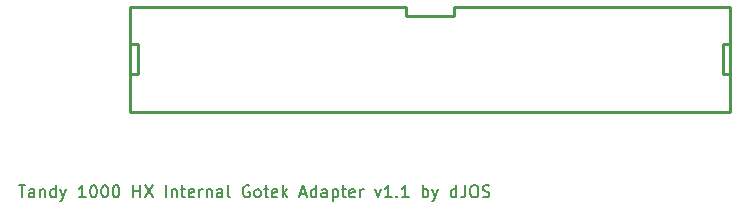
<source format=gbr>
G04 #@! TF.GenerationSoftware,KiCad,Pcbnew,(5.1.5-0-10_14)*
G04 #@! TF.CreationDate,2020-02-19T18:23:43+11:00*
G04 #@! TF.ProjectId,HX Internal Gotek Adpater,48582049-6e74-4657-926e-616c20476f74,rev?*
G04 #@! TF.SameCoordinates,Original*
G04 #@! TF.FileFunction,Legend,Top*
G04 #@! TF.FilePolarity,Positive*
%FSLAX46Y46*%
G04 Gerber Fmt 4.6, Leading zero omitted, Abs format (unit mm)*
G04 Created by KiCad (PCBNEW (5.1.5-0-10_14)) date 2020-02-19 18:23:43*
%MOMM*%
%LPD*%
G04 APERTURE LIST*
%ADD10C,0.150000*%
%ADD11C,0.250000*%
G04 APERTURE END LIST*
D10*
X15774309Y-36028380D02*
X16345738Y-36028380D01*
X16060023Y-37028380D02*
X16060023Y-36028380D01*
X17107642Y-37028380D02*
X17107642Y-36504571D01*
X17060023Y-36409333D01*
X16964785Y-36361714D01*
X16774309Y-36361714D01*
X16679071Y-36409333D01*
X17107642Y-36980761D02*
X17012404Y-37028380D01*
X16774309Y-37028380D01*
X16679071Y-36980761D01*
X16631452Y-36885523D01*
X16631452Y-36790285D01*
X16679071Y-36695047D01*
X16774309Y-36647428D01*
X17012404Y-36647428D01*
X17107642Y-36599809D01*
X17583833Y-36361714D02*
X17583833Y-37028380D01*
X17583833Y-36456952D02*
X17631452Y-36409333D01*
X17726690Y-36361714D01*
X17869547Y-36361714D01*
X17964785Y-36409333D01*
X18012404Y-36504571D01*
X18012404Y-37028380D01*
X18917166Y-37028380D02*
X18917166Y-36028380D01*
X18917166Y-36980761D02*
X18821928Y-37028380D01*
X18631452Y-37028380D01*
X18536214Y-36980761D01*
X18488595Y-36933142D01*
X18440976Y-36837904D01*
X18440976Y-36552190D01*
X18488595Y-36456952D01*
X18536214Y-36409333D01*
X18631452Y-36361714D01*
X18821928Y-36361714D01*
X18917166Y-36409333D01*
X19298119Y-36361714D02*
X19536214Y-37028380D01*
X19774309Y-36361714D02*
X19536214Y-37028380D01*
X19440976Y-37266476D01*
X19393357Y-37314095D01*
X19298119Y-37361714D01*
X21440976Y-37028380D02*
X20869547Y-37028380D01*
X21155261Y-37028380D02*
X21155261Y-36028380D01*
X21060023Y-36171238D01*
X20964785Y-36266476D01*
X20869547Y-36314095D01*
X22060023Y-36028380D02*
X22155261Y-36028380D01*
X22250500Y-36076000D01*
X22298119Y-36123619D01*
X22345738Y-36218857D01*
X22393357Y-36409333D01*
X22393357Y-36647428D01*
X22345738Y-36837904D01*
X22298119Y-36933142D01*
X22250500Y-36980761D01*
X22155261Y-37028380D01*
X22060023Y-37028380D01*
X21964785Y-36980761D01*
X21917166Y-36933142D01*
X21869547Y-36837904D01*
X21821928Y-36647428D01*
X21821928Y-36409333D01*
X21869547Y-36218857D01*
X21917166Y-36123619D01*
X21964785Y-36076000D01*
X22060023Y-36028380D01*
X23012404Y-36028380D02*
X23107642Y-36028380D01*
X23202880Y-36076000D01*
X23250500Y-36123619D01*
X23298119Y-36218857D01*
X23345738Y-36409333D01*
X23345738Y-36647428D01*
X23298119Y-36837904D01*
X23250500Y-36933142D01*
X23202880Y-36980761D01*
X23107642Y-37028380D01*
X23012404Y-37028380D01*
X22917166Y-36980761D01*
X22869547Y-36933142D01*
X22821928Y-36837904D01*
X22774309Y-36647428D01*
X22774309Y-36409333D01*
X22821928Y-36218857D01*
X22869547Y-36123619D01*
X22917166Y-36076000D01*
X23012404Y-36028380D01*
X23964785Y-36028380D02*
X24060023Y-36028380D01*
X24155261Y-36076000D01*
X24202880Y-36123619D01*
X24250500Y-36218857D01*
X24298119Y-36409333D01*
X24298119Y-36647428D01*
X24250500Y-36837904D01*
X24202880Y-36933142D01*
X24155261Y-36980761D01*
X24060023Y-37028380D01*
X23964785Y-37028380D01*
X23869547Y-36980761D01*
X23821928Y-36933142D01*
X23774309Y-36837904D01*
X23726690Y-36647428D01*
X23726690Y-36409333D01*
X23774309Y-36218857D01*
X23821928Y-36123619D01*
X23869547Y-36076000D01*
X23964785Y-36028380D01*
X25488595Y-37028380D02*
X25488595Y-36028380D01*
X25488595Y-36504571D02*
X26060023Y-36504571D01*
X26060023Y-37028380D02*
X26060023Y-36028380D01*
X26440976Y-36028380D02*
X27107642Y-37028380D01*
X27107642Y-36028380D02*
X26440976Y-37028380D01*
X28250500Y-37028380D02*
X28250500Y-36028380D01*
X28726690Y-36361714D02*
X28726690Y-37028380D01*
X28726690Y-36456952D02*
X28774309Y-36409333D01*
X28869547Y-36361714D01*
X29012404Y-36361714D01*
X29107642Y-36409333D01*
X29155261Y-36504571D01*
X29155261Y-37028380D01*
X29488595Y-36361714D02*
X29869547Y-36361714D01*
X29631452Y-36028380D02*
X29631452Y-36885523D01*
X29679071Y-36980761D01*
X29774309Y-37028380D01*
X29869547Y-37028380D01*
X30583833Y-36980761D02*
X30488595Y-37028380D01*
X30298119Y-37028380D01*
X30202880Y-36980761D01*
X30155261Y-36885523D01*
X30155261Y-36504571D01*
X30202880Y-36409333D01*
X30298119Y-36361714D01*
X30488595Y-36361714D01*
X30583833Y-36409333D01*
X30631452Y-36504571D01*
X30631452Y-36599809D01*
X30155261Y-36695047D01*
X31060023Y-37028380D02*
X31060023Y-36361714D01*
X31060023Y-36552190D02*
X31107642Y-36456952D01*
X31155261Y-36409333D01*
X31250499Y-36361714D01*
X31345738Y-36361714D01*
X31679071Y-36361714D02*
X31679071Y-37028380D01*
X31679071Y-36456952D02*
X31726690Y-36409333D01*
X31821928Y-36361714D01*
X31964785Y-36361714D01*
X32060023Y-36409333D01*
X32107642Y-36504571D01*
X32107642Y-37028380D01*
X33012404Y-37028380D02*
X33012404Y-36504571D01*
X32964785Y-36409333D01*
X32869547Y-36361714D01*
X32679071Y-36361714D01*
X32583833Y-36409333D01*
X33012404Y-36980761D02*
X32917166Y-37028380D01*
X32679071Y-37028380D01*
X32583833Y-36980761D01*
X32536214Y-36885523D01*
X32536214Y-36790285D01*
X32583833Y-36695047D01*
X32679071Y-36647428D01*
X32917166Y-36647428D01*
X33012404Y-36599809D01*
X33631452Y-37028380D02*
X33536214Y-36980761D01*
X33488595Y-36885523D01*
X33488595Y-36028380D01*
X35298119Y-36076000D02*
X35202880Y-36028380D01*
X35060023Y-36028380D01*
X34917166Y-36076000D01*
X34821928Y-36171238D01*
X34774309Y-36266476D01*
X34726690Y-36456952D01*
X34726690Y-36599809D01*
X34774309Y-36790285D01*
X34821928Y-36885523D01*
X34917166Y-36980761D01*
X35060023Y-37028380D01*
X35155261Y-37028380D01*
X35298119Y-36980761D01*
X35345738Y-36933142D01*
X35345738Y-36599809D01*
X35155261Y-36599809D01*
X35917166Y-37028380D02*
X35821928Y-36980761D01*
X35774309Y-36933142D01*
X35726690Y-36837904D01*
X35726690Y-36552190D01*
X35774309Y-36456952D01*
X35821928Y-36409333D01*
X35917166Y-36361714D01*
X36060023Y-36361714D01*
X36155261Y-36409333D01*
X36202880Y-36456952D01*
X36250499Y-36552190D01*
X36250499Y-36837904D01*
X36202880Y-36933142D01*
X36155261Y-36980761D01*
X36060023Y-37028380D01*
X35917166Y-37028380D01*
X36536214Y-36361714D02*
X36917166Y-36361714D01*
X36679071Y-36028380D02*
X36679071Y-36885523D01*
X36726690Y-36980761D01*
X36821928Y-37028380D01*
X36917166Y-37028380D01*
X37631452Y-36980761D02*
X37536214Y-37028380D01*
X37345738Y-37028380D01*
X37250499Y-36980761D01*
X37202880Y-36885523D01*
X37202880Y-36504571D01*
X37250499Y-36409333D01*
X37345738Y-36361714D01*
X37536214Y-36361714D01*
X37631452Y-36409333D01*
X37679071Y-36504571D01*
X37679071Y-36599809D01*
X37202880Y-36695047D01*
X38107642Y-37028380D02*
X38107642Y-36028380D01*
X38202880Y-36647428D02*
X38488595Y-37028380D01*
X38488595Y-36361714D02*
X38107642Y-36742666D01*
X39631452Y-36742666D02*
X40107642Y-36742666D01*
X39536214Y-37028380D02*
X39869547Y-36028380D01*
X40202880Y-37028380D01*
X40964785Y-37028380D02*
X40964785Y-36028380D01*
X40964785Y-36980761D02*
X40869547Y-37028380D01*
X40679071Y-37028380D01*
X40583833Y-36980761D01*
X40536214Y-36933142D01*
X40488595Y-36837904D01*
X40488595Y-36552190D01*
X40536214Y-36456952D01*
X40583833Y-36409333D01*
X40679071Y-36361714D01*
X40869547Y-36361714D01*
X40964785Y-36409333D01*
X41869547Y-37028380D02*
X41869547Y-36504571D01*
X41821928Y-36409333D01*
X41726690Y-36361714D01*
X41536214Y-36361714D01*
X41440976Y-36409333D01*
X41869547Y-36980761D02*
X41774309Y-37028380D01*
X41536214Y-37028380D01*
X41440976Y-36980761D01*
X41393357Y-36885523D01*
X41393357Y-36790285D01*
X41440976Y-36695047D01*
X41536214Y-36647428D01*
X41774309Y-36647428D01*
X41869547Y-36599809D01*
X42345738Y-36361714D02*
X42345738Y-37361714D01*
X42345738Y-36409333D02*
X42440976Y-36361714D01*
X42631452Y-36361714D01*
X42726690Y-36409333D01*
X42774309Y-36456952D01*
X42821928Y-36552190D01*
X42821928Y-36837904D01*
X42774309Y-36933142D01*
X42726690Y-36980761D01*
X42631452Y-37028380D01*
X42440976Y-37028380D01*
X42345738Y-36980761D01*
X43107642Y-36361714D02*
X43488595Y-36361714D01*
X43250499Y-36028380D02*
X43250499Y-36885523D01*
X43298119Y-36980761D01*
X43393357Y-37028380D01*
X43488595Y-37028380D01*
X44202880Y-36980761D02*
X44107642Y-37028380D01*
X43917166Y-37028380D01*
X43821928Y-36980761D01*
X43774309Y-36885523D01*
X43774309Y-36504571D01*
X43821928Y-36409333D01*
X43917166Y-36361714D01*
X44107642Y-36361714D01*
X44202880Y-36409333D01*
X44250499Y-36504571D01*
X44250499Y-36599809D01*
X43774309Y-36695047D01*
X44679071Y-37028380D02*
X44679071Y-36361714D01*
X44679071Y-36552190D02*
X44726690Y-36456952D01*
X44774309Y-36409333D01*
X44869547Y-36361714D01*
X44964785Y-36361714D01*
X45964785Y-36361714D02*
X46202880Y-37028380D01*
X46440976Y-36361714D01*
X47345738Y-37028380D02*
X46774309Y-37028380D01*
X47060023Y-37028380D02*
X47060023Y-36028380D01*
X46964785Y-36171238D01*
X46869547Y-36266476D01*
X46774309Y-36314095D01*
X47774309Y-36933142D02*
X47821928Y-36980761D01*
X47774309Y-37028380D01*
X47726690Y-36980761D01*
X47774309Y-36933142D01*
X47774309Y-37028380D01*
X48774309Y-37028380D02*
X48202880Y-37028380D01*
X48488595Y-37028380D02*
X48488595Y-36028380D01*
X48393357Y-36171238D01*
X48298119Y-36266476D01*
X48202880Y-36314095D01*
X49964785Y-37028380D02*
X49964785Y-36028380D01*
X49964785Y-36409333D02*
X50060023Y-36361714D01*
X50250499Y-36361714D01*
X50345738Y-36409333D01*
X50393357Y-36456952D01*
X50440976Y-36552190D01*
X50440976Y-36837904D01*
X50393357Y-36933142D01*
X50345738Y-36980761D01*
X50250499Y-37028380D01*
X50060023Y-37028380D01*
X49964785Y-36980761D01*
X50774309Y-36361714D02*
X51012404Y-37028380D01*
X51250499Y-36361714D02*
X51012404Y-37028380D01*
X50917166Y-37266476D01*
X50869547Y-37314095D01*
X50774309Y-37361714D01*
X52821928Y-37028380D02*
X52821928Y-36028380D01*
X52821928Y-36980761D02*
X52726690Y-37028380D01*
X52536214Y-37028380D01*
X52440976Y-36980761D01*
X52393357Y-36933142D01*
X52345738Y-36837904D01*
X52345738Y-36552190D01*
X52393357Y-36456952D01*
X52440976Y-36409333D01*
X52536214Y-36361714D01*
X52726690Y-36361714D01*
X52821928Y-36409333D01*
X53583833Y-36028380D02*
X53583833Y-36742666D01*
X53536214Y-36885523D01*
X53440976Y-36980761D01*
X53298119Y-37028380D01*
X53202880Y-37028380D01*
X54250499Y-36028380D02*
X54440976Y-36028380D01*
X54536214Y-36076000D01*
X54631452Y-36171238D01*
X54679071Y-36361714D01*
X54679071Y-36695047D01*
X54631452Y-36885523D01*
X54536214Y-36980761D01*
X54440976Y-37028380D01*
X54250499Y-37028380D01*
X54155261Y-36980761D01*
X54060023Y-36885523D01*
X54012404Y-36695047D01*
X54012404Y-36361714D01*
X54060023Y-36171238D01*
X54155261Y-36076000D01*
X54250499Y-36028380D01*
X55060023Y-36980761D02*
X55202880Y-37028380D01*
X55440976Y-37028380D01*
X55536214Y-36980761D01*
X55583833Y-36933142D01*
X55631452Y-36837904D01*
X55631452Y-36742666D01*
X55583833Y-36647428D01*
X55536214Y-36599809D01*
X55440976Y-36552190D01*
X55250499Y-36504571D01*
X55155261Y-36456952D01*
X55107642Y-36409333D01*
X55060023Y-36314095D01*
X55060023Y-36218857D01*
X55107642Y-36123619D01*
X55155261Y-36076000D01*
X55250499Y-36028380D01*
X55488595Y-36028380D01*
X55631452Y-36076000D01*
D11*
X75399500Y-24065500D02*
X76009500Y-24065500D01*
X75399500Y-26607500D02*
X75399500Y-24065500D01*
X75399500Y-26607500D02*
X76009500Y-26607500D01*
X25209500Y-24065500D02*
X25869500Y-24065500D01*
X25869500Y-26607500D02*
X25869500Y-24065500D01*
X25209500Y-26607500D02*
X25869500Y-26607500D01*
X52641500Y-20891500D02*
X76009500Y-20891500D01*
X25209500Y-20891500D02*
X48577500Y-20891500D01*
X25209500Y-29781500D02*
X25209500Y-20891500D01*
X25209500Y-29781500D02*
X76009500Y-29781500D01*
X76009500Y-29781500D02*
X76009500Y-20891500D01*
X52641500Y-21656500D02*
X52641500Y-20891500D01*
X48577500Y-21656500D02*
X52641500Y-21656500D01*
X48577500Y-21656500D02*
X48577500Y-20891500D01*
M02*

</source>
